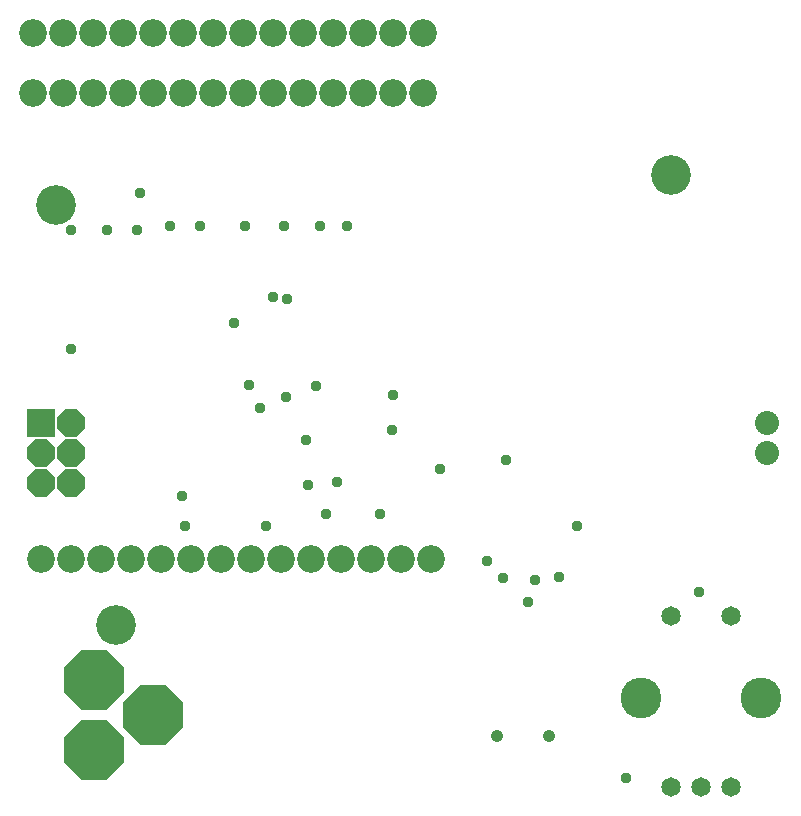
<source format=gbs>
G75*
G70*
%OFA0B0*%
%FSLAX24Y24*%
%IPPOS*%
%LPD*%
%AMOC8*
5,1,8,0,0,1.08239X$1,22.5*
%
%ADD10C,0.1320*%
%ADD11C,0.0651*%
%ADD12C,0.1359*%
%ADD13R,0.0920X0.0920*%
%ADD14OC8,0.0920*%
%ADD15C,0.0920*%
%ADD16C,0.0800*%
%ADD17C,0.0414*%
%ADD18OC8,0.2010*%
%ADD19C,0.0370*%
D10*
X007801Y014579D03*
X005801Y028579D03*
X026301Y029579D03*
D11*
X026327Y014881D03*
X028327Y014881D03*
X028327Y009173D03*
X027327Y009173D03*
X026327Y009173D03*
D12*
X025327Y012125D03*
X029327Y012125D03*
D13*
X005321Y021299D03*
D14*
X005321Y020299D03*
X006321Y020299D03*
X006321Y021299D03*
X006321Y019299D03*
X005321Y019299D03*
D15*
X005301Y016779D03*
X006301Y016779D03*
X007301Y016779D03*
X008301Y016779D03*
X009301Y016779D03*
X010301Y016779D03*
X011301Y016779D03*
X012301Y016779D03*
X013301Y016779D03*
X014301Y016779D03*
X015301Y016779D03*
X016301Y016779D03*
X017301Y016779D03*
X018301Y016779D03*
X018041Y032293D03*
X017041Y032293D03*
X016041Y032293D03*
X015041Y032293D03*
X014041Y032293D03*
X013041Y032293D03*
X012041Y032293D03*
X011041Y032293D03*
X010041Y032293D03*
X009041Y032293D03*
X008041Y032293D03*
X007041Y032293D03*
X006041Y032293D03*
X005041Y032293D03*
X005041Y034293D03*
X006041Y034293D03*
X007041Y034293D03*
X008041Y034293D03*
X009041Y034293D03*
X010041Y034293D03*
X011041Y034293D03*
X012041Y034293D03*
X013041Y034293D03*
X014041Y034293D03*
X015041Y034293D03*
X016041Y034293D03*
X017041Y034293D03*
X018041Y034293D03*
D16*
X029513Y021297D03*
X029513Y020297D03*
D17*
X022254Y010853D03*
X020521Y010853D03*
D18*
X007091Y010389D03*
X009061Y011569D03*
X007091Y012749D03*
D19*
X010101Y017879D03*
X010001Y018879D03*
X012801Y017879D03*
X014203Y019235D03*
X014801Y018279D03*
X015180Y019337D03*
X014154Y020726D03*
X013484Y022163D03*
X012628Y021786D03*
X012255Y022563D03*
X011734Y024639D03*
X013050Y025514D03*
X013509Y025446D03*
X013401Y027879D03*
X014601Y027879D03*
X015501Y027879D03*
X012101Y027879D03*
X010601Y027879D03*
X009601Y027879D03*
X008501Y027729D03*
X007501Y027729D03*
X006301Y027729D03*
X008601Y028979D03*
X006301Y023779D03*
X014481Y022529D03*
X017056Y022242D03*
X017008Y021061D03*
X018601Y019779D03*
X016601Y018279D03*
X020188Y016688D03*
X020716Y016117D03*
X021538Y015339D03*
X021776Y016080D03*
X022585Y016152D03*
X023185Y017876D03*
X020801Y020079D03*
X027248Y015675D03*
X024801Y009479D03*
M02*

</source>
